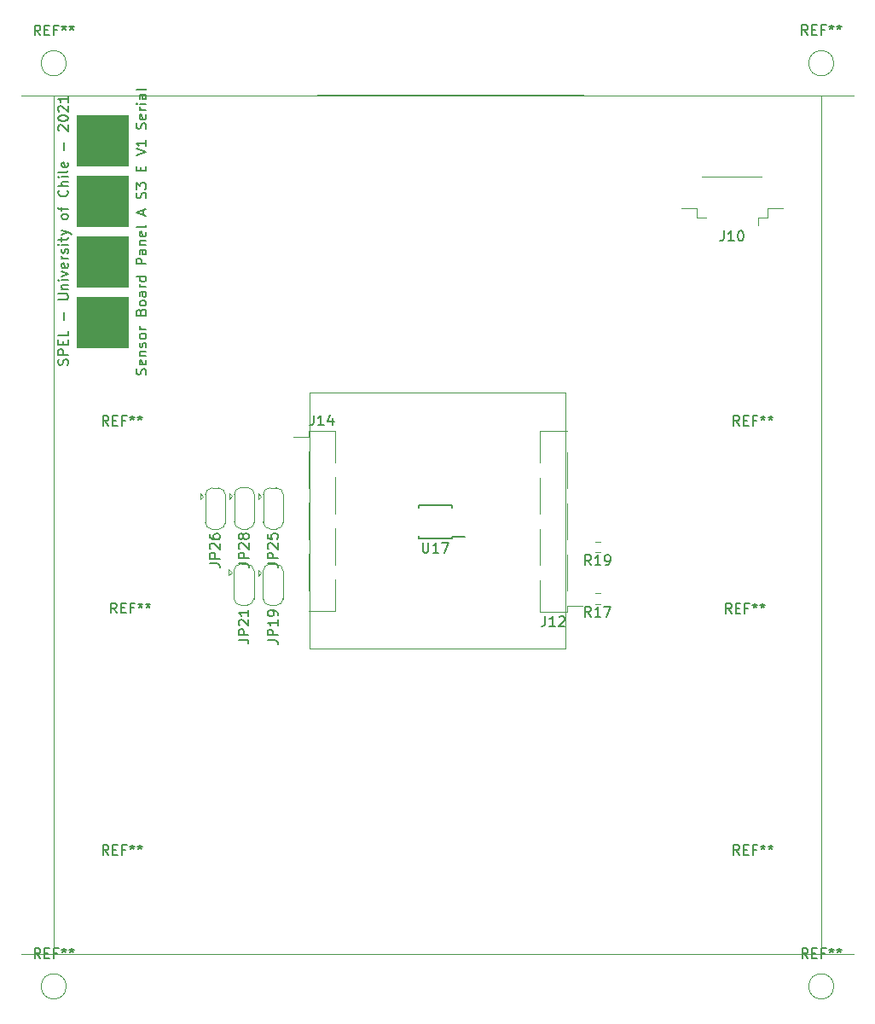
<source format=gbr>
G04 #@! TF.GenerationSoftware,KiCad,Pcbnew,(5.1.2)-2*
G04 #@! TF.CreationDate,2021-08-28T01:10:26-04:00*
G04 #@! TF.ProjectId,MAG_Plus,4d41475f-506c-4757-932e-6b696361645f,rev?*
G04 #@! TF.SameCoordinates,Original*
G04 #@! TF.FileFunction,Legend,Top*
G04 #@! TF.FilePolarity,Positive*
%FSLAX46Y46*%
G04 Gerber Fmt 4.6, Leading zero omitted, Abs format (unit mm)*
G04 Created by KiCad (PCBNEW (5.1.2)-2) date 2021-08-28 01:10:26*
%MOMM*%
%LPD*%
G04 APERTURE LIST*
%ADD10C,0.120000*%
%ADD11C,0.100000*%
%ADD12C,0.150000*%
G04 APERTURE END LIST*
D10*
X202270000Y-251680000D02*
G75*
G03X202270000Y-251680000I-1250000J0D01*
G01*
X202270000Y-251680000D02*
G75*
G03X202270000Y-251680000I-1250000J0D01*
G01*
X126070000Y-251680000D02*
G75*
G03X126070000Y-251680000I-1250000J0D01*
G01*
D11*
G36*
X132150000Y-273840000D02*
G01*
X127150000Y-273840000D01*
X127150000Y-268840000D01*
X132150000Y-268840000D01*
X132150000Y-273840000D01*
G37*
X132150000Y-273840000D02*
X127150000Y-273840000D01*
X127150000Y-268840000D01*
X132150000Y-268840000D01*
X132150000Y-273840000D01*
G36*
X132150000Y-267840000D02*
G01*
X127150000Y-267840000D01*
X127150000Y-262840000D01*
X132150000Y-262840000D01*
X132150000Y-267840000D01*
G37*
X132150000Y-267840000D02*
X127150000Y-267840000D01*
X127150000Y-262840000D01*
X132150000Y-262840000D01*
X132150000Y-267840000D01*
G36*
X132150000Y-279840000D02*
G01*
X127150000Y-279840000D01*
X127150000Y-274840000D01*
X132150000Y-274840000D01*
X132150000Y-279840000D01*
G37*
X132150000Y-279840000D02*
X127150000Y-279840000D01*
X127150000Y-274840000D01*
X132150000Y-274840000D01*
X132150000Y-279840000D01*
G36*
X132150000Y-261840000D02*
G01*
X127150000Y-261840000D01*
X127150000Y-256840000D01*
X132150000Y-256840000D01*
X132150000Y-261840000D01*
G37*
X132150000Y-261840000D02*
X127150000Y-261840000D01*
X127150000Y-256840000D01*
X132150000Y-256840000D01*
X132150000Y-261840000D01*
D12*
X126204761Y-281623333D02*
X126252380Y-281480476D01*
X126252380Y-281242380D01*
X126204761Y-281147142D01*
X126157142Y-281099523D01*
X126061904Y-281051904D01*
X125966666Y-281051904D01*
X125871428Y-281099523D01*
X125823809Y-281147142D01*
X125776190Y-281242380D01*
X125728571Y-281432857D01*
X125680952Y-281528095D01*
X125633333Y-281575714D01*
X125538095Y-281623333D01*
X125442857Y-281623333D01*
X125347619Y-281575714D01*
X125300000Y-281528095D01*
X125252380Y-281432857D01*
X125252380Y-281194761D01*
X125300000Y-281051904D01*
X126252380Y-280623333D02*
X125252380Y-280623333D01*
X125252380Y-280242380D01*
X125300000Y-280147142D01*
X125347619Y-280099523D01*
X125442857Y-280051904D01*
X125585714Y-280051904D01*
X125680952Y-280099523D01*
X125728571Y-280147142D01*
X125776190Y-280242380D01*
X125776190Y-280623333D01*
X125728571Y-279623333D02*
X125728571Y-279290000D01*
X126252380Y-279147142D02*
X126252380Y-279623333D01*
X125252380Y-279623333D01*
X125252380Y-279147142D01*
X126252380Y-278242380D02*
X126252380Y-278718571D01*
X125252380Y-278718571D01*
X125871428Y-277147142D02*
X125871428Y-276385238D01*
X125252380Y-275147142D02*
X126061904Y-275147142D01*
X126157142Y-275099523D01*
X126204761Y-275051904D01*
X126252380Y-274956666D01*
X126252380Y-274766190D01*
X126204761Y-274670952D01*
X126157142Y-274623333D01*
X126061904Y-274575714D01*
X125252380Y-274575714D01*
X125585714Y-274099523D02*
X126252380Y-274099523D01*
X125680952Y-274099523D02*
X125633333Y-274051904D01*
X125585714Y-273956666D01*
X125585714Y-273813809D01*
X125633333Y-273718571D01*
X125728571Y-273670952D01*
X126252380Y-273670952D01*
X126252380Y-273194761D02*
X125585714Y-273194761D01*
X125252380Y-273194761D02*
X125300000Y-273242380D01*
X125347619Y-273194761D01*
X125300000Y-273147142D01*
X125252380Y-273194761D01*
X125347619Y-273194761D01*
X125585714Y-272813809D02*
X126252380Y-272575714D01*
X125585714Y-272337619D01*
X126204761Y-271575714D02*
X126252380Y-271670952D01*
X126252380Y-271861428D01*
X126204761Y-271956666D01*
X126109523Y-272004285D01*
X125728571Y-272004285D01*
X125633333Y-271956666D01*
X125585714Y-271861428D01*
X125585714Y-271670952D01*
X125633333Y-271575714D01*
X125728571Y-271528095D01*
X125823809Y-271528095D01*
X125919047Y-272004285D01*
X126252380Y-271099523D02*
X125585714Y-271099523D01*
X125776190Y-271099523D02*
X125680952Y-271051904D01*
X125633333Y-271004285D01*
X125585714Y-270909047D01*
X125585714Y-270813809D01*
X126204761Y-270528095D02*
X126252380Y-270432857D01*
X126252380Y-270242380D01*
X126204761Y-270147142D01*
X126109523Y-270099523D01*
X126061904Y-270099523D01*
X125966666Y-270147142D01*
X125919047Y-270242380D01*
X125919047Y-270385238D01*
X125871428Y-270480476D01*
X125776190Y-270528095D01*
X125728571Y-270528095D01*
X125633333Y-270480476D01*
X125585714Y-270385238D01*
X125585714Y-270242380D01*
X125633333Y-270147142D01*
X126252380Y-269670952D02*
X125585714Y-269670952D01*
X125252380Y-269670952D02*
X125300000Y-269718571D01*
X125347619Y-269670952D01*
X125300000Y-269623333D01*
X125252380Y-269670952D01*
X125347619Y-269670952D01*
X125585714Y-269337619D02*
X125585714Y-268956666D01*
X125252380Y-269194761D02*
X126109523Y-269194761D01*
X126204761Y-269147142D01*
X126252380Y-269051904D01*
X126252380Y-268956666D01*
X125585714Y-268718571D02*
X126252380Y-268480476D01*
X125585714Y-268242380D02*
X126252380Y-268480476D01*
X126490476Y-268575714D01*
X126538095Y-268623333D01*
X126585714Y-268718571D01*
X126252380Y-266956666D02*
X126204761Y-267051904D01*
X126157142Y-267099523D01*
X126061904Y-267147142D01*
X125776190Y-267147142D01*
X125680952Y-267099523D01*
X125633333Y-267051904D01*
X125585714Y-266956666D01*
X125585714Y-266813809D01*
X125633333Y-266718571D01*
X125680952Y-266670952D01*
X125776190Y-266623333D01*
X126061904Y-266623333D01*
X126157142Y-266670952D01*
X126204761Y-266718571D01*
X126252380Y-266813809D01*
X126252380Y-266956666D01*
X125585714Y-266337619D02*
X125585714Y-265956666D01*
X126252380Y-266194761D02*
X125395238Y-266194761D01*
X125300000Y-266147142D01*
X125252380Y-266051904D01*
X125252380Y-265956666D01*
X126157142Y-264290000D02*
X126204761Y-264337619D01*
X126252380Y-264480476D01*
X126252380Y-264575714D01*
X126204761Y-264718571D01*
X126109523Y-264813809D01*
X126014285Y-264861428D01*
X125823809Y-264909047D01*
X125680952Y-264909047D01*
X125490476Y-264861428D01*
X125395238Y-264813809D01*
X125300000Y-264718571D01*
X125252380Y-264575714D01*
X125252380Y-264480476D01*
X125300000Y-264337619D01*
X125347619Y-264290000D01*
X126252380Y-263861428D02*
X125252380Y-263861428D01*
X126252380Y-263432857D02*
X125728571Y-263432857D01*
X125633333Y-263480476D01*
X125585714Y-263575714D01*
X125585714Y-263718571D01*
X125633333Y-263813809D01*
X125680952Y-263861428D01*
X126252380Y-262956666D02*
X125585714Y-262956666D01*
X125252380Y-262956666D02*
X125300000Y-263004285D01*
X125347619Y-262956666D01*
X125300000Y-262909047D01*
X125252380Y-262956666D01*
X125347619Y-262956666D01*
X126252380Y-262337619D02*
X126204761Y-262432857D01*
X126109523Y-262480476D01*
X125252380Y-262480476D01*
X126204761Y-261575714D02*
X126252380Y-261670952D01*
X126252380Y-261861428D01*
X126204761Y-261956666D01*
X126109523Y-262004285D01*
X125728571Y-262004285D01*
X125633333Y-261956666D01*
X125585714Y-261861428D01*
X125585714Y-261670952D01*
X125633333Y-261575714D01*
X125728571Y-261528095D01*
X125823809Y-261528095D01*
X125919047Y-262004285D01*
X125871428Y-260337619D02*
X125871428Y-259575714D01*
X125347619Y-258385238D02*
X125300000Y-258337619D01*
X125252380Y-258242380D01*
X125252380Y-258004285D01*
X125300000Y-257909047D01*
X125347619Y-257861428D01*
X125442857Y-257813809D01*
X125538095Y-257813809D01*
X125680952Y-257861428D01*
X126252380Y-258432857D01*
X126252380Y-257813809D01*
X125252380Y-257194761D02*
X125252380Y-257099523D01*
X125300000Y-257004285D01*
X125347619Y-256956666D01*
X125442857Y-256909047D01*
X125633333Y-256861428D01*
X125871428Y-256861428D01*
X126061904Y-256909047D01*
X126157142Y-256956666D01*
X126204761Y-257004285D01*
X126252380Y-257099523D01*
X126252380Y-257194761D01*
X126204761Y-257290000D01*
X126157142Y-257337619D01*
X126061904Y-257385238D01*
X125871428Y-257432857D01*
X125633333Y-257432857D01*
X125442857Y-257385238D01*
X125347619Y-257337619D01*
X125300000Y-257290000D01*
X125252380Y-257194761D01*
X125347619Y-256480476D02*
X125300000Y-256432857D01*
X125252380Y-256337619D01*
X125252380Y-256099523D01*
X125300000Y-256004285D01*
X125347619Y-255956666D01*
X125442857Y-255909047D01*
X125538095Y-255909047D01*
X125680952Y-255956666D01*
X126252380Y-256528095D01*
X126252380Y-255909047D01*
X126252380Y-254956666D02*
X126252380Y-255528095D01*
X126252380Y-255242380D02*
X125252380Y-255242380D01*
X125395238Y-255337619D01*
X125490476Y-255432857D01*
X125538095Y-255528095D01*
X133954761Y-282556666D02*
X134002380Y-282413809D01*
X134002380Y-282175714D01*
X133954761Y-282080476D01*
X133907142Y-282032857D01*
X133811904Y-281985238D01*
X133716666Y-281985238D01*
X133621428Y-282032857D01*
X133573809Y-282080476D01*
X133526190Y-282175714D01*
X133478571Y-282366190D01*
X133430952Y-282461428D01*
X133383333Y-282509047D01*
X133288095Y-282556666D01*
X133192857Y-282556666D01*
X133097619Y-282509047D01*
X133050000Y-282461428D01*
X133002380Y-282366190D01*
X133002380Y-282128095D01*
X133050000Y-281985238D01*
X133954761Y-281175714D02*
X134002380Y-281270952D01*
X134002380Y-281461428D01*
X133954761Y-281556666D01*
X133859523Y-281604285D01*
X133478571Y-281604285D01*
X133383333Y-281556666D01*
X133335714Y-281461428D01*
X133335714Y-281270952D01*
X133383333Y-281175714D01*
X133478571Y-281128095D01*
X133573809Y-281128095D01*
X133669047Y-281604285D01*
X133335714Y-280699523D02*
X134002380Y-280699523D01*
X133430952Y-280699523D02*
X133383333Y-280651904D01*
X133335714Y-280556666D01*
X133335714Y-280413809D01*
X133383333Y-280318571D01*
X133478571Y-280270952D01*
X134002380Y-280270952D01*
X133954761Y-279842380D02*
X134002380Y-279747142D01*
X134002380Y-279556666D01*
X133954761Y-279461428D01*
X133859523Y-279413809D01*
X133811904Y-279413809D01*
X133716666Y-279461428D01*
X133669047Y-279556666D01*
X133669047Y-279699523D01*
X133621428Y-279794761D01*
X133526190Y-279842380D01*
X133478571Y-279842380D01*
X133383333Y-279794761D01*
X133335714Y-279699523D01*
X133335714Y-279556666D01*
X133383333Y-279461428D01*
X134002380Y-278842380D02*
X133954761Y-278937619D01*
X133907142Y-278985238D01*
X133811904Y-279032857D01*
X133526190Y-279032857D01*
X133430952Y-278985238D01*
X133383333Y-278937619D01*
X133335714Y-278842380D01*
X133335714Y-278699523D01*
X133383333Y-278604285D01*
X133430952Y-278556666D01*
X133526190Y-278509047D01*
X133811904Y-278509047D01*
X133907142Y-278556666D01*
X133954761Y-278604285D01*
X134002380Y-278699523D01*
X134002380Y-278842380D01*
X134002380Y-278080476D02*
X133335714Y-278080476D01*
X133526190Y-278080476D02*
X133430952Y-278032857D01*
X133383333Y-277985238D01*
X133335714Y-277890000D01*
X133335714Y-277794761D01*
X133478571Y-276366190D02*
X133526190Y-276223333D01*
X133573809Y-276175714D01*
X133669047Y-276128095D01*
X133811904Y-276128095D01*
X133907142Y-276175714D01*
X133954761Y-276223333D01*
X134002380Y-276318571D01*
X134002380Y-276699523D01*
X133002380Y-276699523D01*
X133002380Y-276366190D01*
X133050000Y-276270952D01*
X133097619Y-276223333D01*
X133192857Y-276175714D01*
X133288095Y-276175714D01*
X133383333Y-276223333D01*
X133430952Y-276270952D01*
X133478571Y-276366190D01*
X133478571Y-276699523D01*
X134002380Y-275556666D02*
X133954761Y-275651904D01*
X133907142Y-275699523D01*
X133811904Y-275747142D01*
X133526190Y-275747142D01*
X133430952Y-275699523D01*
X133383333Y-275651904D01*
X133335714Y-275556666D01*
X133335714Y-275413809D01*
X133383333Y-275318571D01*
X133430952Y-275270952D01*
X133526190Y-275223333D01*
X133811904Y-275223333D01*
X133907142Y-275270952D01*
X133954761Y-275318571D01*
X134002380Y-275413809D01*
X134002380Y-275556666D01*
X134002380Y-274366190D02*
X133478571Y-274366190D01*
X133383333Y-274413809D01*
X133335714Y-274509047D01*
X133335714Y-274699523D01*
X133383333Y-274794761D01*
X133954761Y-274366190D02*
X134002380Y-274461428D01*
X134002380Y-274699523D01*
X133954761Y-274794761D01*
X133859523Y-274842380D01*
X133764285Y-274842380D01*
X133669047Y-274794761D01*
X133621428Y-274699523D01*
X133621428Y-274461428D01*
X133573809Y-274366190D01*
X134002380Y-273890000D02*
X133335714Y-273890000D01*
X133526190Y-273890000D02*
X133430952Y-273842380D01*
X133383333Y-273794761D01*
X133335714Y-273699523D01*
X133335714Y-273604285D01*
X134002380Y-272842380D02*
X133002380Y-272842380D01*
X133954761Y-272842380D02*
X134002380Y-272937619D01*
X134002380Y-273128095D01*
X133954761Y-273223333D01*
X133907142Y-273270952D01*
X133811904Y-273318571D01*
X133526190Y-273318571D01*
X133430952Y-273270952D01*
X133383333Y-273223333D01*
X133335714Y-273128095D01*
X133335714Y-272937619D01*
X133383333Y-272842380D01*
X134002380Y-271604285D02*
X133002380Y-271604285D01*
X133002380Y-271223333D01*
X133050000Y-271128095D01*
X133097619Y-271080476D01*
X133192857Y-271032857D01*
X133335714Y-271032857D01*
X133430952Y-271080476D01*
X133478571Y-271128095D01*
X133526190Y-271223333D01*
X133526190Y-271604285D01*
X134002380Y-270175714D02*
X133478571Y-270175714D01*
X133383333Y-270223333D01*
X133335714Y-270318571D01*
X133335714Y-270509047D01*
X133383333Y-270604285D01*
X133954761Y-270175714D02*
X134002380Y-270270952D01*
X134002380Y-270509047D01*
X133954761Y-270604285D01*
X133859523Y-270651904D01*
X133764285Y-270651904D01*
X133669047Y-270604285D01*
X133621428Y-270509047D01*
X133621428Y-270270952D01*
X133573809Y-270175714D01*
X133335714Y-269699523D02*
X134002380Y-269699523D01*
X133430952Y-269699523D02*
X133383333Y-269651904D01*
X133335714Y-269556666D01*
X133335714Y-269413809D01*
X133383333Y-269318571D01*
X133478571Y-269270952D01*
X134002380Y-269270952D01*
X133954761Y-268413809D02*
X134002380Y-268509047D01*
X134002380Y-268699523D01*
X133954761Y-268794761D01*
X133859523Y-268842380D01*
X133478571Y-268842380D01*
X133383333Y-268794761D01*
X133335714Y-268699523D01*
X133335714Y-268509047D01*
X133383333Y-268413809D01*
X133478571Y-268366190D01*
X133573809Y-268366190D01*
X133669047Y-268842380D01*
X134002380Y-267794761D02*
X133954761Y-267890000D01*
X133859523Y-267937619D01*
X133002380Y-267937619D01*
X133716666Y-266699523D02*
X133716666Y-266223333D01*
X134002380Y-266794761D02*
X133002380Y-266461428D01*
X134002380Y-266128095D01*
X133954761Y-265080476D02*
X134002380Y-264937619D01*
X134002380Y-264699523D01*
X133954761Y-264604285D01*
X133907142Y-264556666D01*
X133811904Y-264509047D01*
X133716666Y-264509047D01*
X133621428Y-264556666D01*
X133573809Y-264604285D01*
X133526190Y-264699523D01*
X133478571Y-264890000D01*
X133430952Y-264985238D01*
X133383333Y-265032857D01*
X133288095Y-265080476D01*
X133192857Y-265080476D01*
X133097619Y-265032857D01*
X133050000Y-264985238D01*
X133002380Y-264890000D01*
X133002380Y-264651904D01*
X133050000Y-264509047D01*
X133002380Y-264175714D02*
X133002380Y-263556666D01*
X133383333Y-263890000D01*
X133383333Y-263747142D01*
X133430952Y-263651904D01*
X133478571Y-263604285D01*
X133573809Y-263556666D01*
X133811904Y-263556666D01*
X133907142Y-263604285D01*
X133954761Y-263651904D01*
X134002380Y-263747142D01*
X134002380Y-264032857D01*
X133954761Y-264128095D01*
X133907142Y-264175714D01*
X133478571Y-262366190D02*
X133478571Y-262032857D01*
X134002380Y-261890000D02*
X134002380Y-262366190D01*
X133002380Y-262366190D01*
X133002380Y-261890000D01*
X133002380Y-260842380D02*
X134002380Y-260509047D01*
X133002380Y-260175714D01*
X134002380Y-259318571D02*
X134002380Y-259890000D01*
X134002380Y-259604285D02*
X133002380Y-259604285D01*
X133145238Y-259699523D01*
X133240476Y-259794761D01*
X133288095Y-259890000D01*
X133954761Y-258175714D02*
X134002380Y-258032857D01*
X134002380Y-257794761D01*
X133954761Y-257699523D01*
X133907142Y-257651904D01*
X133811904Y-257604285D01*
X133716666Y-257604285D01*
X133621428Y-257651904D01*
X133573809Y-257699523D01*
X133526190Y-257794761D01*
X133478571Y-257985238D01*
X133430952Y-258080476D01*
X133383333Y-258128095D01*
X133288095Y-258175714D01*
X133192857Y-258175714D01*
X133097619Y-258128095D01*
X133050000Y-258080476D01*
X133002380Y-257985238D01*
X133002380Y-257747142D01*
X133050000Y-257604285D01*
X133954761Y-256794761D02*
X134002380Y-256890000D01*
X134002380Y-257080476D01*
X133954761Y-257175714D01*
X133859523Y-257223333D01*
X133478571Y-257223333D01*
X133383333Y-257175714D01*
X133335714Y-257080476D01*
X133335714Y-256890000D01*
X133383333Y-256794761D01*
X133478571Y-256747142D01*
X133573809Y-256747142D01*
X133669047Y-257223333D01*
X134002380Y-256318571D02*
X133335714Y-256318571D01*
X133526190Y-256318571D02*
X133430952Y-256270952D01*
X133383333Y-256223333D01*
X133335714Y-256128095D01*
X133335714Y-256032857D01*
X134002380Y-255699523D02*
X133335714Y-255699523D01*
X133002380Y-255699523D02*
X133050000Y-255747142D01*
X133097619Y-255699523D01*
X133050000Y-255651904D01*
X133002380Y-255699523D01*
X133097619Y-255699523D01*
X134002380Y-254794761D02*
X133478571Y-254794761D01*
X133383333Y-254842380D01*
X133335714Y-254937619D01*
X133335714Y-255128095D01*
X133383333Y-255223333D01*
X133954761Y-254794761D02*
X134002380Y-254890000D01*
X134002380Y-255128095D01*
X133954761Y-255223333D01*
X133859523Y-255270952D01*
X133764285Y-255270952D01*
X133669047Y-255223333D01*
X133621428Y-255128095D01*
X133621428Y-254890000D01*
X133573809Y-254794761D01*
X134002380Y-254175714D02*
X133954761Y-254270952D01*
X133859523Y-254318571D01*
X133002380Y-254318571D01*
D10*
X124820000Y-340080000D02*
X124820000Y-254880000D01*
X204220000Y-254880000D02*
X121620000Y-254880000D01*
X121620000Y-340080000D02*
X204220000Y-340080000D01*
X202270000Y-343280000D02*
G75*
G03X202270000Y-343280000I-1250000J0D01*
G01*
X201020000Y-254880000D02*
X201020000Y-340080000D01*
X126070000Y-343280000D02*
G75*
G03X126070000Y-343280000I-1250000J0D01*
G01*
X151020000Y-254820000D02*
X204220000Y-254880000D01*
X150220000Y-284380000D02*
X150220000Y-309780000D01*
X175620000Y-284380000D02*
X175620000Y-309780000D01*
X150220000Y-284380000D02*
X175620000Y-284380000D01*
X150220000Y-309780000D02*
X175620000Y-309780000D01*
X150120000Y-288150000D02*
X152780000Y-288150000D01*
X150120000Y-306050000D02*
X152780000Y-306050000D01*
X152780000Y-288150000D02*
X152780000Y-291260000D01*
X150120000Y-288720000D02*
X148600000Y-288720000D01*
X150120000Y-288150000D02*
X150120000Y-288720000D01*
X152780000Y-305480000D02*
X152780000Y-306050000D01*
X152780000Y-292780000D02*
X152780000Y-296340000D01*
X152780000Y-297860000D02*
X152780000Y-301420000D01*
X152780000Y-302940000D02*
X152780000Y-306050000D01*
X150120000Y-290240000D02*
X150120000Y-293800000D01*
X150120000Y-295320000D02*
X150120000Y-298880000D01*
X150120000Y-300400000D02*
X150120000Y-303960000D01*
X175760000Y-293840000D02*
X175760000Y-290280000D01*
X175760000Y-298920000D02*
X175760000Y-295360000D01*
X175760000Y-304000000D02*
X175760000Y-300440000D01*
X173100000Y-291300000D02*
X173100000Y-288190000D01*
X173100000Y-296380000D02*
X173100000Y-292820000D01*
X173100000Y-301460000D02*
X173100000Y-297900000D01*
X173100000Y-288760000D02*
X173100000Y-288190000D01*
X175760000Y-306090000D02*
X175760000Y-305520000D01*
X175760000Y-305520000D02*
X177280000Y-305520000D01*
X173100000Y-306090000D02*
X173100000Y-302980000D01*
X175760000Y-288190000D02*
X173100000Y-288190000D01*
X175760000Y-306090000D02*
X173100000Y-306090000D01*
X189585000Y-266975000D02*
X188635000Y-266975000D01*
X188635000Y-266975000D02*
X188635000Y-266075000D01*
X188635000Y-266075000D02*
X187135000Y-266075000D01*
X194735000Y-266975000D02*
X195685000Y-266975000D01*
X195685000Y-266975000D02*
X195685000Y-266075000D01*
X195685000Y-266075000D02*
X197185000Y-266075000D01*
X195135000Y-262975000D02*
X189185000Y-262975000D01*
X194735000Y-266975000D02*
X194735000Y-267725000D01*
X145410000Y-302230000D02*
X145110000Y-302530000D01*
X145110000Y-301930000D02*
X145110000Y-302530000D01*
X145410000Y-302230000D02*
X145110000Y-301930000D01*
X146310000Y-301380000D02*
X146910000Y-301380000D01*
X145610000Y-304830000D02*
X145610000Y-302030000D01*
X146910000Y-305480000D02*
X146310000Y-305480000D01*
X147610000Y-302030000D02*
X147610000Y-304830000D01*
X147610000Y-304780000D02*
G75*
G02X146910000Y-305480000I-700000J0D01*
G01*
X146310000Y-305480000D02*
G75*
G02X145610000Y-304780000I0J700000D01*
G01*
X145610000Y-302080000D02*
G75*
G02X146310000Y-301380000I700000J0D01*
G01*
X146910000Y-301380000D02*
G75*
G02X147610000Y-302080000I0J-700000D01*
G01*
D12*
X164375000Y-298865000D02*
X164375000Y-298690000D01*
X161025000Y-298865000D02*
X161025000Y-298615000D01*
X161025000Y-295515000D02*
X161025000Y-295765000D01*
X164375000Y-295515000D02*
X164375000Y-295765000D01*
X164375000Y-298865000D02*
X161025000Y-298865000D01*
X164375000Y-295515000D02*
X161025000Y-295515000D01*
X164375000Y-298690000D02*
X165625000Y-298690000D01*
D10*
X178560000Y-305320000D02*
X179060000Y-305320000D01*
X179060000Y-304260000D02*
X178560000Y-304260000D01*
X144010000Y-301360000D02*
G75*
G02X144710000Y-302060000I0J-700000D01*
G01*
X142710000Y-302060000D02*
G75*
G02X143410000Y-301360000I700000J0D01*
G01*
X143410000Y-305460000D02*
G75*
G02X142710000Y-304760000I0J700000D01*
G01*
X144710000Y-304760000D02*
G75*
G02X144010000Y-305460000I-700000J0D01*
G01*
X144710000Y-302010000D02*
X144710000Y-304810000D01*
X144010000Y-305460000D02*
X143410000Y-305460000D01*
X142710000Y-304810000D02*
X142710000Y-302010000D01*
X143410000Y-301360000D02*
X144010000Y-301360000D01*
X142510000Y-302210000D02*
X142210000Y-301910000D01*
X142210000Y-301910000D02*
X142210000Y-302510000D01*
X142510000Y-302210000D02*
X142210000Y-302510000D01*
X179070000Y-299140000D02*
X178570000Y-299140000D01*
X178570000Y-300200000D02*
X179070000Y-300200000D01*
X142550000Y-294630000D02*
X142250000Y-294930000D01*
X142250000Y-294330000D02*
X142250000Y-294930000D01*
X142550000Y-294630000D02*
X142250000Y-294330000D01*
X143450000Y-293780000D02*
X144050000Y-293780000D01*
X142750000Y-297230000D02*
X142750000Y-294430000D01*
X144050000Y-297880000D02*
X143450000Y-297880000D01*
X144750000Y-294430000D02*
X144750000Y-297230000D01*
X144750000Y-297180000D02*
G75*
G02X144050000Y-297880000I-700000J0D01*
G01*
X143450000Y-297880000D02*
G75*
G02X142750000Y-297180000I0J700000D01*
G01*
X142750000Y-294480000D02*
G75*
G02X143450000Y-293780000I700000J0D01*
G01*
X144050000Y-293780000D02*
G75*
G02X144750000Y-294480000I0J-700000D01*
G01*
X141170000Y-293820000D02*
G75*
G02X141870000Y-294520000I0J-700000D01*
G01*
X139870000Y-294520000D02*
G75*
G02X140570000Y-293820000I700000J0D01*
G01*
X140570000Y-297920000D02*
G75*
G02X139870000Y-297220000I0J700000D01*
G01*
X141870000Y-297220000D02*
G75*
G02X141170000Y-297920000I-700000J0D01*
G01*
X141870000Y-294470000D02*
X141870000Y-297270000D01*
X141170000Y-297920000D02*
X140570000Y-297920000D01*
X139870000Y-297270000D02*
X139870000Y-294470000D01*
X140570000Y-293820000D02*
X141170000Y-293820000D01*
X139670000Y-294670000D02*
X139370000Y-294370000D01*
X139370000Y-294370000D02*
X139370000Y-294970000D01*
X139670000Y-294670000D02*
X139370000Y-294970000D01*
X145420000Y-294650000D02*
X145120000Y-294950000D01*
X145120000Y-294350000D02*
X145120000Y-294950000D01*
X145420000Y-294650000D02*
X145120000Y-294350000D01*
X146320000Y-293800000D02*
X146920000Y-293800000D01*
X145620000Y-297250000D02*
X145620000Y-294450000D01*
X146920000Y-297900000D02*
X146320000Y-297900000D01*
X147620000Y-294450000D02*
X147620000Y-297250000D01*
X147620000Y-297200000D02*
G75*
G02X146920000Y-297900000I-700000J0D01*
G01*
X146320000Y-297900000D02*
G75*
G02X145620000Y-297200000I0J700000D01*
G01*
X145620000Y-294500000D02*
G75*
G02X146320000Y-293800000I700000J0D01*
G01*
X146920000Y-293800000D02*
G75*
G02X147620000Y-294500000I0J-700000D01*
G01*
D12*
X123496666Y-248912380D02*
X123163333Y-248436190D01*
X122925238Y-248912380D02*
X122925238Y-247912380D01*
X123306190Y-247912380D01*
X123401428Y-247960000D01*
X123449047Y-248007619D01*
X123496666Y-248102857D01*
X123496666Y-248245714D01*
X123449047Y-248340952D01*
X123401428Y-248388571D01*
X123306190Y-248436190D01*
X122925238Y-248436190D01*
X123925238Y-248388571D02*
X124258571Y-248388571D01*
X124401428Y-248912380D02*
X123925238Y-248912380D01*
X123925238Y-247912380D01*
X124401428Y-247912380D01*
X125163333Y-248388571D02*
X124830000Y-248388571D01*
X124830000Y-248912380D02*
X124830000Y-247912380D01*
X125306190Y-247912380D01*
X125830000Y-247912380D02*
X125830000Y-248150476D01*
X125591904Y-248055238D02*
X125830000Y-248150476D01*
X126068095Y-248055238D01*
X125687142Y-248340952D02*
X125830000Y-248150476D01*
X125972857Y-248340952D01*
X126591904Y-247912380D02*
X126591904Y-248150476D01*
X126353809Y-248055238D02*
X126591904Y-248150476D01*
X126830000Y-248055238D01*
X126449047Y-248340952D02*
X126591904Y-248150476D01*
X126734761Y-248340952D01*
X199686666Y-248882380D02*
X199353333Y-248406190D01*
X199115238Y-248882380D02*
X199115238Y-247882380D01*
X199496190Y-247882380D01*
X199591428Y-247930000D01*
X199639047Y-247977619D01*
X199686666Y-248072857D01*
X199686666Y-248215714D01*
X199639047Y-248310952D01*
X199591428Y-248358571D01*
X199496190Y-248406190D01*
X199115238Y-248406190D01*
X200115238Y-248358571D02*
X200448571Y-248358571D01*
X200591428Y-248882380D02*
X200115238Y-248882380D01*
X200115238Y-247882380D01*
X200591428Y-247882380D01*
X201353333Y-248358571D02*
X201020000Y-248358571D01*
X201020000Y-248882380D02*
X201020000Y-247882380D01*
X201496190Y-247882380D01*
X202020000Y-247882380D02*
X202020000Y-248120476D01*
X201781904Y-248025238D02*
X202020000Y-248120476D01*
X202258095Y-248025238D01*
X201877142Y-248310952D02*
X202020000Y-248120476D01*
X202162857Y-248310952D01*
X202781904Y-247882380D02*
X202781904Y-248120476D01*
X202543809Y-248025238D02*
X202781904Y-248120476D01*
X203020000Y-248025238D01*
X202639047Y-248310952D02*
X202781904Y-248120476D01*
X202924761Y-248310952D01*
X192896666Y-330232380D02*
X192563333Y-329756190D01*
X192325238Y-330232380D02*
X192325238Y-329232380D01*
X192706190Y-329232380D01*
X192801428Y-329280000D01*
X192849047Y-329327619D01*
X192896666Y-329422857D01*
X192896666Y-329565714D01*
X192849047Y-329660952D01*
X192801428Y-329708571D01*
X192706190Y-329756190D01*
X192325238Y-329756190D01*
X193325238Y-329708571D02*
X193658571Y-329708571D01*
X193801428Y-330232380D02*
X193325238Y-330232380D01*
X193325238Y-329232380D01*
X193801428Y-329232380D01*
X194563333Y-329708571D02*
X194230000Y-329708571D01*
X194230000Y-330232380D02*
X194230000Y-329232380D01*
X194706190Y-329232380D01*
X195230000Y-329232380D02*
X195230000Y-329470476D01*
X194991904Y-329375238D02*
X195230000Y-329470476D01*
X195468095Y-329375238D01*
X195087142Y-329660952D02*
X195230000Y-329470476D01*
X195372857Y-329660952D01*
X195991904Y-329232380D02*
X195991904Y-329470476D01*
X195753809Y-329375238D02*
X195991904Y-329470476D01*
X196230000Y-329375238D01*
X195849047Y-329660952D02*
X195991904Y-329470476D01*
X196134761Y-329660952D01*
X130276666Y-330232380D02*
X129943333Y-329756190D01*
X129705238Y-330232380D02*
X129705238Y-329232380D01*
X130086190Y-329232380D01*
X130181428Y-329280000D01*
X130229047Y-329327619D01*
X130276666Y-329422857D01*
X130276666Y-329565714D01*
X130229047Y-329660952D01*
X130181428Y-329708571D01*
X130086190Y-329756190D01*
X129705238Y-329756190D01*
X130705238Y-329708571D02*
X131038571Y-329708571D01*
X131181428Y-330232380D02*
X130705238Y-330232380D01*
X130705238Y-329232380D01*
X131181428Y-329232380D01*
X131943333Y-329708571D02*
X131610000Y-329708571D01*
X131610000Y-330232380D02*
X131610000Y-329232380D01*
X132086190Y-329232380D01*
X132610000Y-329232380D02*
X132610000Y-329470476D01*
X132371904Y-329375238D02*
X132610000Y-329470476D01*
X132848095Y-329375238D01*
X132467142Y-329660952D02*
X132610000Y-329470476D01*
X132752857Y-329660952D01*
X133371904Y-329232380D02*
X133371904Y-329470476D01*
X133133809Y-329375238D02*
X133371904Y-329470476D01*
X133610000Y-329375238D01*
X133229047Y-329660952D02*
X133371904Y-329470476D01*
X133514761Y-329660952D01*
X192896666Y-287642380D02*
X192563333Y-287166190D01*
X192325238Y-287642380D02*
X192325238Y-286642380D01*
X192706190Y-286642380D01*
X192801428Y-286690000D01*
X192849047Y-286737619D01*
X192896666Y-286832857D01*
X192896666Y-286975714D01*
X192849047Y-287070952D01*
X192801428Y-287118571D01*
X192706190Y-287166190D01*
X192325238Y-287166190D01*
X193325238Y-287118571D02*
X193658571Y-287118571D01*
X193801428Y-287642380D02*
X193325238Y-287642380D01*
X193325238Y-286642380D01*
X193801428Y-286642380D01*
X194563333Y-287118571D02*
X194230000Y-287118571D01*
X194230000Y-287642380D02*
X194230000Y-286642380D01*
X194706190Y-286642380D01*
X195230000Y-286642380D02*
X195230000Y-286880476D01*
X194991904Y-286785238D02*
X195230000Y-286880476D01*
X195468095Y-286785238D01*
X195087142Y-287070952D02*
X195230000Y-286880476D01*
X195372857Y-287070952D01*
X195991904Y-286642380D02*
X195991904Y-286880476D01*
X195753809Y-286785238D02*
X195991904Y-286880476D01*
X196230000Y-286785238D01*
X195849047Y-287070952D02*
X195991904Y-286880476D01*
X196134761Y-287070952D01*
X130276666Y-287642380D02*
X129943333Y-287166190D01*
X129705238Y-287642380D02*
X129705238Y-286642380D01*
X130086190Y-286642380D01*
X130181428Y-286690000D01*
X130229047Y-286737619D01*
X130276666Y-286832857D01*
X130276666Y-286975714D01*
X130229047Y-287070952D01*
X130181428Y-287118571D01*
X130086190Y-287166190D01*
X129705238Y-287166190D01*
X130705238Y-287118571D02*
X131038571Y-287118571D01*
X131181428Y-287642380D02*
X130705238Y-287642380D01*
X130705238Y-286642380D01*
X131181428Y-286642380D01*
X131943333Y-287118571D02*
X131610000Y-287118571D01*
X131610000Y-287642380D02*
X131610000Y-286642380D01*
X132086190Y-286642380D01*
X132610000Y-286642380D02*
X132610000Y-286880476D01*
X132371904Y-286785238D02*
X132610000Y-286880476D01*
X132848095Y-286785238D01*
X132467142Y-287070952D02*
X132610000Y-286880476D01*
X132752857Y-287070952D01*
X133371904Y-286642380D02*
X133371904Y-286880476D01*
X133133809Y-286785238D02*
X133371904Y-286880476D01*
X133610000Y-286785238D01*
X133229047Y-287070952D02*
X133371904Y-286880476D01*
X133514761Y-287070952D01*
X131086666Y-306232380D02*
X130753333Y-305756190D01*
X130515238Y-306232380D02*
X130515238Y-305232380D01*
X130896190Y-305232380D01*
X130991428Y-305280000D01*
X131039047Y-305327619D01*
X131086666Y-305422857D01*
X131086666Y-305565714D01*
X131039047Y-305660952D01*
X130991428Y-305708571D01*
X130896190Y-305756190D01*
X130515238Y-305756190D01*
X131515238Y-305708571D02*
X131848571Y-305708571D01*
X131991428Y-306232380D02*
X131515238Y-306232380D01*
X131515238Y-305232380D01*
X131991428Y-305232380D01*
X132753333Y-305708571D02*
X132420000Y-305708571D01*
X132420000Y-306232380D02*
X132420000Y-305232380D01*
X132896190Y-305232380D01*
X133420000Y-305232380D02*
X133420000Y-305470476D01*
X133181904Y-305375238D02*
X133420000Y-305470476D01*
X133658095Y-305375238D01*
X133277142Y-305660952D02*
X133420000Y-305470476D01*
X133562857Y-305660952D01*
X134181904Y-305232380D02*
X134181904Y-305470476D01*
X133943809Y-305375238D02*
X134181904Y-305470476D01*
X134420000Y-305375238D01*
X134039047Y-305660952D02*
X134181904Y-305470476D01*
X134324761Y-305660952D01*
X192106666Y-306262380D02*
X191773333Y-305786190D01*
X191535238Y-306262380D02*
X191535238Y-305262380D01*
X191916190Y-305262380D01*
X192011428Y-305310000D01*
X192059047Y-305357619D01*
X192106666Y-305452857D01*
X192106666Y-305595714D01*
X192059047Y-305690952D01*
X192011428Y-305738571D01*
X191916190Y-305786190D01*
X191535238Y-305786190D01*
X192535238Y-305738571D02*
X192868571Y-305738571D01*
X193011428Y-306262380D02*
X192535238Y-306262380D01*
X192535238Y-305262380D01*
X193011428Y-305262380D01*
X193773333Y-305738571D02*
X193440000Y-305738571D01*
X193440000Y-306262380D02*
X193440000Y-305262380D01*
X193916190Y-305262380D01*
X194440000Y-305262380D02*
X194440000Y-305500476D01*
X194201904Y-305405238D02*
X194440000Y-305500476D01*
X194678095Y-305405238D01*
X194297142Y-305690952D02*
X194440000Y-305500476D01*
X194582857Y-305690952D01*
X195201904Y-305262380D02*
X195201904Y-305500476D01*
X194963809Y-305405238D02*
X195201904Y-305500476D01*
X195440000Y-305405238D01*
X195059047Y-305690952D02*
X195201904Y-305500476D01*
X195344761Y-305690952D01*
X199696666Y-340492380D02*
X199363333Y-340016190D01*
X199125238Y-340492380D02*
X199125238Y-339492380D01*
X199506190Y-339492380D01*
X199601428Y-339540000D01*
X199649047Y-339587619D01*
X199696666Y-339682857D01*
X199696666Y-339825714D01*
X199649047Y-339920952D01*
X199601428Y-339968571D01*
X199506190Y-340016190D01*
X199125238Y-340016190D01*
X200125238Y-339968571D02*
X200458571Y-339968571D01*
X200601428Y-340492380D02*
X200125238Y-340492380D01*
X200125238Y-339492380D01*
X200601428Y-339492380D01*
X201363333Y-339968571D02*
X201030000Y-339968571D01*
X201030000Y-340492380D02*
X201030000Y-339492380D01*
X201506190Y-339492380D01*
X202030000Y-339492380D02*
X202030000Y-339730476D01*
X201791904Y-339635238D02*
X202030000Y-339730476D01*
X202268095Y-339635238D01*
X201887142Y-339920952D02*
X202030000Y-339730476D01*
X202172857Y-339920952D01*
X202791904Y-339492380D02*
X202791904Y-339730476D01*
X202553809Y-339635238D02*
X202791904Y-339730476D01*
X203030000Y-339635238D01*
X202649047Y-339920952D02*
X202791904Y-339730476D01*
X202934761Y-339920952D01*
X123496666Y-340482380D02*
X123163333Y-340006190D01*
X122925238Y-340482380D02*
X122925238Y-339482380D01*
X123306190Y-339482380D01*
X123401428Y-339530000D01*
X123449047Y-339577619D01*
X123496666Y-339672857D01*
X123496666Y-339815714D01*
X123449047Y-339910952D01*
X123401428Y-339958571D01*
X123306190Y-340006190D01*
X122925238Y-340006190D01*
X123925238Y-339958571D02*
X124258571Y-339958571D01*
X124401428Y-340482380D02*
X123925238Y-340482380D01*
X123925238Y-339482380D01*
X124401428Y-339482380D01*
X125163333Y-339958571D02*
X124830000Y-339958571D01*
X124830000Y-340482380D02*
X124830000Y-339482380D01*
X125306190Y-339482380D01*
X125830000Y-339482380D02*
X125830000Y-339720476D01*
X125591904Y-339625238D02*
X125830000Y-339720476D01*
X126068095Y-339625238D01*
X125687142Y-339910952D02*
X125830000Y-339720476D01*
X125972857Y-339910952D01*
X126591904Y-339482380D02*
X126591904Y-339720476D01*
X126353809Y-339625238D02*
X126591904Y-339720476D01*
X126830000Y-339625238D01*
X126449047Y-339910952D02*
X126591904Y-339720476D01*
X126734761Y-339910952D01*
X150640476Y-286602380D02*
X150640476Y-287316666D01*
X150592857Y-287459523D01*
X150497619Y-287554761D01*
X150354761Y-287602380D01*
X150259523Y-287602380D01*
X151640476Y-287602380D02*
X151069047Y-287602380D01*
X151354761Y-287602380D02*
X151354761Y-286602380D01*
X151259523Y-286745238D01*
X151164285Y-286840476D01*
X151069047Y-286888095D01*
X152497619Y-286935714D02*
X152497619Y-287602380D01*
X152259523Y-286554761D02*
X152021428Y-287269047D01*
X152640476Y-287269047D01*
X173620476Y-306542380D02*
X173620476Y-307256666D01*
X173572857Y-307399523D01*
X173477619Y-307494761D01*
X173334761Y-307542380D01*
X173239523Y-307542380D01*
X174620476Y-307542380D02*
X174049047Y-307542380D01*
X174334761Y-307542380D02*
X174334761Y-306542380D01*
X174239523Y-306685238D01*
X174144285Y-306780476D01*
X174049047Y-306828095D01*
X175001428Y-306637619D02*
X175049047Y-306590000D01*
X175144285Y-306542380D01*
X175382380Y-306542380D01*
X175477619Y-306590000D01*
X175525238Y-306637619D01*
X175572857Y-306732857D01*
X175572857Y-306828095D01*
X175525238Y-306970952D01*
X174953809Y-307542380D01*
X175572857Y-307542380D01*
X191350476Y-268302380D02*
X191350476Y-269016666D01*
X191302857Y-269159523D01*
X191207619Y-269254761D01*
X191064761Y-269302380D01*
X190969523Y-269302380D01*
X192350476Y-269302380D02*
X191779047Y-269302380D01*
X192064761Y-269302380D02*
X192064761Y-268302380D01*
X191969523Y-268445238D01*
X191874285Y-268540476D01*
X191779047Y-268588095D01*
X192969523Y-268302380D02*
X193064761Y-268302380D01*
X193160000Y-268350000D01*
X193207619Y-268397619D01*
X193255238Y-268492857D01*
X193302857Y-268683333D01*
X193302857Y-268921428D01*
X193255238Y-269111904D01*
X193207619Y-269207142D01*
X193160000Y-269254761D01*
X193064761Y-269302380D01*
X192969523Y-269302380D01*
X192874285Y-269254761D01*
X192826666Y-269207142D01*
X192779047Y-269111904D01*
X192731428Y-268921428D01*
X192731428Y-268683333D01*
X192779047Y-268492857D01*
X192826666Y-268397619D01*
X192874285Y-268350000D01*
X192969523Y-268302380D01*
X146062380Y-308919523D02*
X146776666Y-308919523D01*
X146919523Y-308967142D01*
X147014761Y-309062380D01*
X147062380Y-309205238D01*
X147062380Y-309300476D01*
X147062380Y-308443333D02*
X146062380Y-308443333D01*
X146062380Y-308062380D01*
X146110000Y-307967142D01*
X146157619Y-307919523D01*
X146252857Y-307871904D01*
X146395714Y-307871904D01*
X146490952Y-307919523D01*
X146538571Y-307967142D01*
X146586190Y-308062380D01*
X146586190Y-308443333D01*
X147062380Y-306919523D02*
X147062380Y-307490952D01*
X147062380Y-307205238D02*
X146062380Y-307205238D01*
X146205238Y-307300476D01*
X146300476Y-307395714D01*
X146348095Y-307490952D01*
X147062380Y-306443333D02*
X147062380Y-306252857D01*
X147014761Y-306157619D01*
X146967142Y-306110000D01*
X146824285Y-306014761D01*
X146633809Y-305967142D01*
X146252857Y-305967142D01*
X146157619Y-306014761D01*
X146110000Y-306062380D01*
X146062380Y-306157619D01*
X146062380Y-306348095D01*
X146110000Y-306443333D01*
X146157619Y-306490952D01*
X146252857Y-306538571D01*
X146490952Y-306538571D01*
X146586190Y-306490952D01*
X146633809Y-306443333D01*
X146681428Y-306348095D01*
X146681428Y-306157619D01*
X146633809Y-306062380D01*
X146586190Y-306014761D01*
X146490952Y-305967142D01*
X161461904Y-299242380D02*
X161461904Y-300051904D01*
X161509523Y-300147142D01*
X161557142Y-300194761D01*
X161652380Y-300242380D01*
X161842857Y-300242380D01*
X161938095Y-300194761D01*
X161985714Y-300147142D01*
X162033333Y-300051904D01*
X162033333Y-299242380D01*
X163033333Y-300242380D02*
X162461904Y-300242380D01*
X162747619Y-300242380D02*
X162747619Y-299242380D01*
X162652380Y-299385238D01*
X162557142Y-299480476D01*
X162461904Y-299528095D01*
X163366666Y-299242380D02*
X164033333Y-299242380D01*
X163604761Y-300242380D01*
X178167142Y-306592380D02*
X177833809Y-306116190D01*
X177595714Y-306592380D02*
X177595714Y-305592380D01*
X177976666Y-305592380D01*
X178071904Y-305640000D01*
X178119523Y-305687619D01*
X178167142Y-305782857D01*
X178167142Y-305925714D01*
X178119523Y-306020952D01*
X178071904Y-306068571D01*
X177976666Y-306116190D01*
X177595714Y-306116190D01*
X179119523Y-306592380D02*
X178548095Y-306592380D01*
X178833809Y-306592380D02*
X178833809Y-305592380D01*
X178738571Y-305735238D01*
X178643333Y-305830476D01*
X178548095Y-305878095D01*
X179452857Y-305592380D02*
X180119523Y-305592380D01*
X179690952Y-306592380D01*
X143162380Y-308879523D02*
X143876666Y-308879523D01*
X144019523Y-308927142D01*
X144114761Y-309022380D01*
X144162380Y-309165238D01*
X144162380Y-309260476D01*
X144162380Y-308403333D02*
X143162380Y-308403333D01*
X143162380Y-308022380D01*
X143210000Y-307927142D01*
X143257619Y-307879523D01*
X143352857Y-307831904D01*
X143495714Y-307831904D01*
X143590952Y-307879523D01*
X143638571Y-307927142D01*
X143686190Y-308022380D01*
X143686190Y-308403333D01*
X143257619Y-307450952D02*
X143210000Y-307403333D01*
X143162380Y-307308095D01*
X143162380Y-307070000D01*
X143210000Y-306974761D01*
X143257619Y-306927142D01*
X143352857Y-306879523D01*
X143448095Y-306879523D01*
X143590952Y-306927142D01*
X144162380Y-307498571D01*
X144162380Y-306879523D01*
X144162380Y-305927142D02*
X144162380Y-306498571D01*
X144162380Y-306212857D02*
X143162380Y-306212857D01*
X143305238Y-306308095D01*
X143400476Y-306403333D01*
X143448095Y-306498571D01*
X178177142Y-301472380D02*
X177843809Y-300996190D01*
X177605714Y-301472380D02*
X177605714Y-300472380D01*
X177986666Y-300472380D01*
X178081904Y-300520000D01*
X178129523Y-300567619D01*
X178177142Y-300662857D01*
X178177142Y-300805714D01*
X178129523Y-300900952D01*
X178081904Y-300948571D01*
X177986666Y-300996190D01*
X177605714Y-300996190D01*
X179129523Y-301472380D02*
X178558095Y-301472380D01*
X178843809Y-301472380D02*
X178843809Y-300472380D01*
X178748571Y-300615238D01*
X178653333Y-300710476D01*
X178558095Y-300758095D01*
X179605714Y-301472380D02*
X179796190Y-301472380D01*
X179891428Y-301424761D01*
X179939047Y-301377142D01*
X180034285Y-301234285D01*
X180081904Y-301043809D01*
X180081904Y-300662857D01*
X180034285Y-300567619D01*
X179986666Y-300520000D01*
X179891428Y-300472380D01*
X179700952Y-300472380D01*
X179605714Y-300520000D01*
X179558095Y-300567619D01*
X179510476Y-300662857D01*
X179510476Y-300900952D01*
X179558095Y-300996190D01*
X179605714Y-301043809D01*
X179700952Y-301091428D01*
X179891428Y-301091428D01*
X179986666Y-301043809D01*
X180034285Y-300996190D01*
X180081904Y-300900952D01*
X143192380Y-301299523D02*
X143906666Y-301299523D01*
X144049523Y-301347142D01*
X144144761Y-301442380D01*
X144192380Y-301585238D01*
X144192380Y-301680476D01*
X144192380Y-300823333D02*
X143192380Y-300823333D01*
X143192380Y-300442380D01*
X143240000Y-300347142D01*
X143287619Y-300299523D01*
X143382857Y-300251904D01*
X143525714Y-300251904D01*
X143620952Y-300299523D01*
X143668571Y-300347142D01*
X143716190Y-300442380D01*
X143716190Y-300823333D01*
X143287619Y-299870952D02*
X143240000Y-299823333D01*
X143192380Y-299728095D01*
X143192380Y-299490000D01*
X143240000Y-299394761D01*
X143287619Y-299347142D01*
X143382857Y-299299523D01*
X143478095Y-299299523D01*
X143620952Y-299347142D01*
X144192380Y-299918571D01*
X144192380Y-299299523D01*
X143620952Y-298728095D02*
X143573333Y-298823333D01*
X143525714Y-298870952D01*
X143430476Y-298918571D01*
X143382857Y-298918571D01*
X143287619Y-298870952D01*
X143240000Y-298823333D01*
X143192380Y-298728095D01*
X143192380Y-298537619D01*
X143240000Y-298442380D01*
X143287619Y-298394761D01*
X143382857Y-298347142D01*
X143430476Y-298347142D01*
X143525714Y-298394761D01*
X143573333Y-298442380D01*
X143620952Y-298537619D01*
X143620952Y-298728095D01*
X143668571Y-298823333D01*
X143716190Y-298870952D01*
X143811428Y-298918571D01*
X144001904Y-298918571D01*
X144097142Y-298870952D01*
X144144761Y-298823333D01*
X144192380Y-298728095D01*
X144192380Y-298537619D01*
X144144761Y-298442380D01*
X144097142Y-298394761D01*
X144001904Y-298347142D01*
X143811428Y-298347142D01*
X143716190Y-298394761D01*
X143668571Y-298442380D01*
X143620952Y-298537619D01*
X140312380Y-301309523D02*
X141026666Y-301309523D01*
X141169523Y-301357142D01*
X141264761Y-301452380D01*
X141312380Y-301595238D01*
X141312380Y-301690476D01*
X141312380Y-300833333D02*
X140312380Y-300833333D01*
X140312380Y-300452380D01*
X140360000Y-300357142D01*
X140407619Y-300309523D01*
X140502857Y-300261904D01*
X140645714Y-300261904D01*
X140740952Y-300309523D01*
X140788571Y-300357142D01*
X140836190Y-300452380D01*
X140836190Y-300833333D01*
X140407619Y-299880952D02*
X140360000Y-299833333D01*
X140312380Y-299738095D01*
X140312380Y-299500000D01*
X140360000Y-299404761D01*
X140407619Y-299357142D01*
X140502857Y-299309523D01*
X140598095Y-299309523D01*
X140740952Y-299357142D01*
X141312380Y-299928571D01*
X141312380Y-299309523D01*
X140312380Y-298452380D02*
X140312380Y-298642857D01*
X140360000Y-298738095D01*
X140407619Y-298785714D01*
X140550476Y-298880952D01*
X140740952Y-298928571D01*
X141121904Y-298928571D01*
X141217142Y-298880952D01*
X141264761Y-298833333D01*
X141312380Y-298738095D01*
X141312380Y-298547619D01*
X141264761Y-298452380D01*
X141217142Y-298404761D01*
X141121904Y-298357142D01*
X140883809Y-298357142D01*
X140788571Y-298404761D01*
X140740952Y-298452380D01*
X140693333Y-298547619D01*
X140693333Y-298738095D01*
X140740952Y-298833333D01*
X140788571Y-298880952D01*
X140883809Y-298928571D01*
X146062380Y-301299523D02*
X146776666Y-301299523D01*
X146919523Y-301347142D01*
X147014761Y-301442380D01*
X147062380Y-301585238D01*
X147062380Y-301680476D01*
X147062380Y-300823333D02*
X146062380Y-300823333D01*
X146062380Y-300442380D01*
X146110000Y-300347142D01*
X146157619Y-300299523D01*
X146252857Y-300251904D01*
X146395714Y-300251904D01*
X146490952Y-300299523D01*
X146538571Y-300347142D01*
X146586190Y-300442380D01*
X146586190Y-300823333D01*
X146157619Y-299870952D02*
X146110000Y-299823333D01*
X146062380Y-299728095D01*
X146062380Y-299490000D01*
X146110000Y-299394761D01*
X146157619Y-299347142D01*
X146252857Y-299299523D01*
X146348095Y-299299523D01*
X146490952Y-299347142D01*
X147062380Y-299918571D01*
X147062380Y-299299523D01*
X146062380Y-298394761D02*
X146062380Y-298870952D01*
X146538571Y-298918571D01*
X146490952Y-298870952D01*
X146443333Y-298775714D01*
X146443333Y-298537619D01*
X146490952Y-298442380D01*
X146538571Y-298394761D01*
X146633809Y-298347142D01*
X146871904Y-298347142D01*
X146967142Y-298394761D01*
X147014761Y-298442380D01*
X147062380Y-298537619D01*
X147062380Y-298775714D01*
X147014761Y-298870952D01*
X146967142Y-298918571D01*
M02*

</source>
